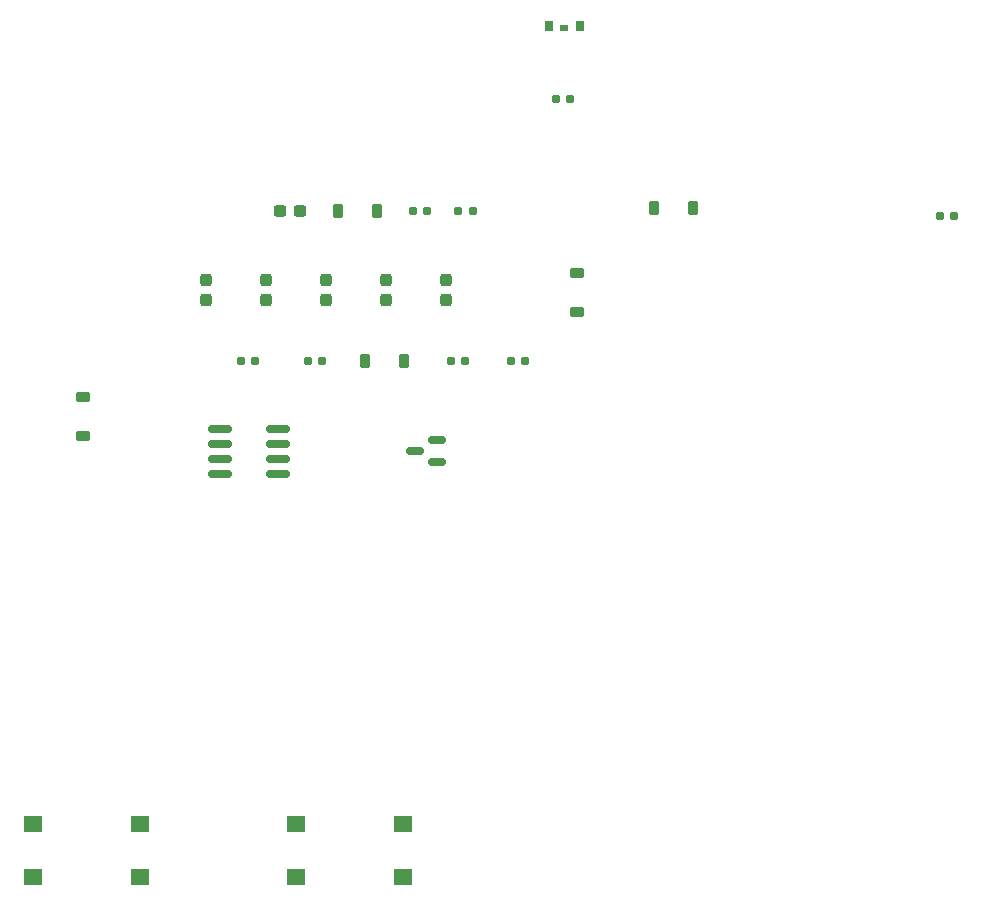
<source format=gbr>
%TF.GenerationSoftware,KiCad,Pcbnew,7.0.2*%
%TF.CreationDate,2024-01-09T21:21:53-08:00*%
%TF.ProjectId,MK-KS-MkII,4d4b2d4b-532d-44d6-9b49-492e6b696361,1.0*%
%TF.SameCoordinates,Original*%
%TF.FileFunction,Paste,Top*%
%TF.FilePolarity,Positive*%
%FSLAX46Y46*%
G04 Gerber Fmt 4.6, Leading zero omitted, Abs format (unit mm)*
G04 Created by KiCad (PCBNEW 7.0.2) date 2024-01-09 21:21:53*
%MOMM*%
%LPD*%
G01*
G04 APERTURE LIST*
G04 Aperture macros list*
%AMRoundRect*
0 Rectangle with rounded corners*
0 $1 Rounding radius*
0 $2 $3 $4 $5 $6 $7 $8 $9 X,Y pos of 4 corners*
0 Add a 4 corners polygon primitive as box body*
4,1,4,$2,$3,$4,$5,$6,$7,$8,$9,$2,$3,0*
0 Add four circle primitives for the rounded corners*
1,1,$1+$1,$2,$3*
1,1,$1+$1,$4,$5*
1,1,$1+$1,$6,$7*
1,1,$1+$1,$8,$9*
0 Add four rect primitives between the rounded corners*
20,1,$1+$1,$2,$3,$4,$5,0*
20,1,$1+$1,$4,$5,$6,$7,0*
20,1,$1+$1,$6,$7,$8,$9,0*
20,1,$1+$1,$8,$9,$2,$3,0*%
G04 Aperture macros list end*
%ADD10RoundRect,0.225000X-0.375000X0.225000X-0.375000X-0.225000X0.375000X-0.225000X0.375000X0.225000X0*%
%ADD11RoundRect,0.237500X0.237500X-0.300000X0.237500X0.300000X-0.237500X0.300000X-0.237500X-0.300000X0*%
%ADD12RoundRect,0.225000X-0.225000X-0.375000X0.225000X-0.375000X0.225000X0.375000X-0.225000X0.375000X0*%
%ADD13RoundRect,0.160000X0.197500X0.160000X-0.197500X0.160000X-0.197500X-0.160000X0.197500X-0.160000X0*%
%ADD14RoundRect,0.237500X-0.300000X-0.237500X0.300000X-0.237500X0.300000X0.237500X-0.300000X0.237500X0*%
%ADD15R,0.710000X0.900000*%
%ADD16R,0.800000X0.600000*%
%ADD17RoundRect,0.160000X-0.197500X-0.160000X0.197500X-0.160000X0.197500X0.160000X-0.197500X0.160000X0*%
%ADD18R,1.600000X1.400000*%
%ADD19RoundRect,0.150000X0.587500X0.150000X-0.587500X0.150000X-0.587500X-0.150000X0.587500X-0.150000X0*%
%ADD20RoundRect,0.225000X0.375000X-0.225000X0.375000X0.225000X-0.375000X0.225000X-0.375000X-0.225000X0*%
%ADD21RoundRect,0.150000X0.825000X0.150000X-0.825000X0.150000X-0.825000X-0.150000X0.825000X-0.150000X0*%
G04 APERTURE END LIST*
D10*
%TO.C,D7*%
X79019400Y-125782800D03*
X79019400Y-129082800D03*
%TD*%
D11*
%TO.C,C7*%
X99594400Y-117587800D03*
X99594400Y-115862800D03*
%TD*%
%TO.C,C5*%
X89434400Y-117587800D03*
X89434400Y-115862800D03*
%TD*%
D12*
%TO.C,D3*%
X100609400Y-110032800D03*
X103909400Y-110032800D03*
%TD*%
%TO.C,D1*%
X127407000Y-109782000D03*
X130707000Y-109782000D03*
%TD*%
D13*
%TO.C,R9*%
X116421900Y-122732800D03*
X115226900Y-122732800D03*
%TD*%
D14*
%TO.C,C4*%
X95706900Y-110032800D03*
X97431900Y-110032800D03*
%TD*%
D12*
%TO.C,D8*%
X102899400Y-122732800D03*
X106199400Y-122732800D03*
%TD*%
D15*
%TO.C,LED1*%
X118436400Y-94388800D03*
X121136400Y-94388800D03*
D16*
X119786400Y-94538800D03*
%TD*%
D17*
%TO.C,R2*%
X151572500Y-110434000D03*
X152767500Y-110434000D03*
%TD*%
%TO.C,R1*%
X106959400Y-110032800D03*
X108154400Y-110032800D03*
%TD*%
%TO.C,R10*%
X110806900Y-110032800D03*
X112001900Y-110032800D03*
%TD*%
%TO.C,R8*%
X110146900Y-122732800D03*
X111341900Y-122732800D03*
%TD*%
%TO.C,R7*%
X119099400Y-100507800D03*
X120294400Y-100507800D03*
%TD*%
D18*
%TO.C,SW3*%
X97053400Y-161884800D03*
X106153400Y-161920800D03*
X97053400Y-166384800D03*
X106153400Y-166420800D03*
%TD*%
D11*
%TO.C,C6*%
X94514400Y-117587800D03*
X94514400Y-115862800D03*
%TD*%
D18*
%TO.C,SW2*%
X74773400Y-161884800D03*
X83873400Y-161920800D03*
X74773400Y-166384800D03*
X83873400Y-166420800D03*
%TD*%
D19*
%TO.C,Q3*%
X108964400Y-131302800D03*
X108964400Y-129402800D03*
X107089400Y-130352800D03*
%TD*%
D17*
%TO.C,R6*%
X98081900Y-122732800D03*
X99276900Y-122732800D03*
%TD*%
D13*
%TO.C,R5*%
X93561900Y-122732800D03*
X92366900Y-122732800D03*
%TD*%
D11*
%TO.C,C8*%
X104674400Y-117587800D03*
X104674400Y-115862800D03*
%TD*%
D20*
%TO.C,D5*%
X120878600Y-118541800D03*
X120878600Y-115241800D03*
%TD*%
D21*
%TO.C,U4*%
X95529400Y-132257800D03*
X95529400Y-130987800D03*
X95529400Y-129717800D03*
X95529400Y-128447800D03*
X90579400Y-128447800D03*
X90579400Y-129717800D03*
X90579400Y-130987800D03*
X90579400Y-132257800D03*
%TD*%
D11*
%TO.C,C9*%
X109754400Y-117587800D03*
X109754400Y-115862800D03*
%TD*%
M02*

</source>
